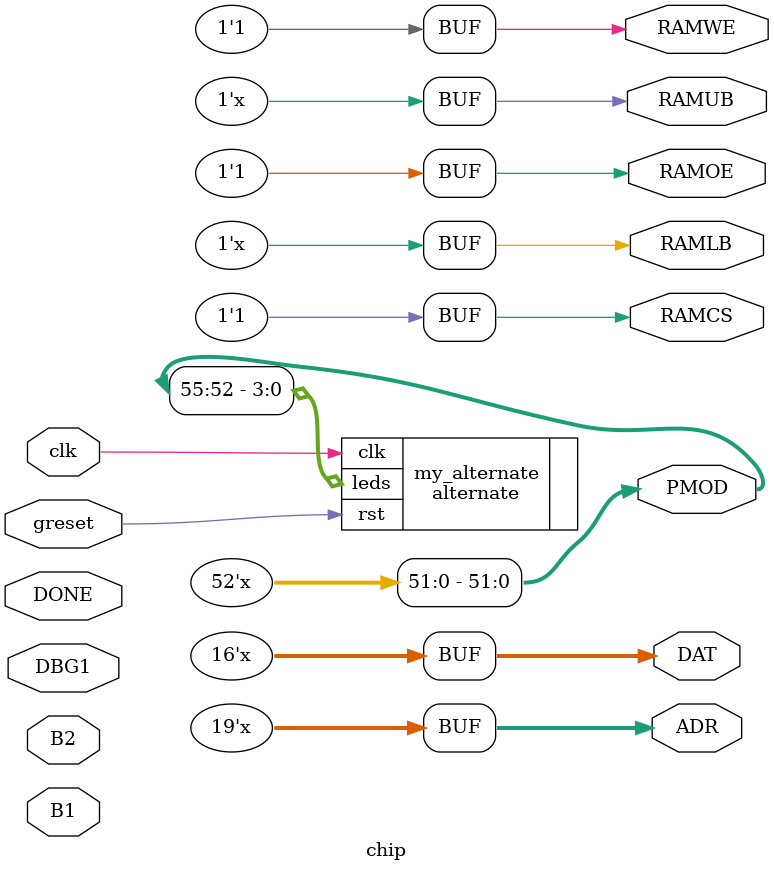
<source format=v>
/******************************************************************************
*                                                                             *
* Copyright 2016 myStorm Copyright and related                                *
* rights are licensed under the Solderpad Hardware License, Version 0.51      *
* (the “License”); you may not use this file except in compliance with        *
* the License. You may obtain a copy of the License at                        *
* http://solderpad.org/licenses/SHL-0.51. Unless required by applicable       *
* law or agreed to in writing, software, hardware and materials               *
* distributed under this License is distributed on an “AS IS” BASIS,          *
* WITHOUT WARRANTIES OR CONDITIONS OF ANY KIND, either express or             *
* implied. See the License for the specific language governing                *
* permissions and limitations under the License.                              *
*                                                                             *
******************************************************************************/

module chip (
    // 100MHz clock input
    input  clk,
    // Global internal reset connected to RTS on ch340 and also PMOD[1]
    input greset,
    // Input lines from STM32/Done can be used to signal to Ice40 logic
    input DONE, // could be used as interupt in post programming
    input DBG1, // Could be used to select coms via STM32 or RPi etc..
    // SRAM Memory lines
    output [18:0] ADR,
    output [15:0] DAT,
    output RAMOE,
    output RAMWE,
    output RAMCS,
    output RAMLB,
    output RAMUB,
    // All PMOD outputs
    output [55:0] PMOD,
    input B1,
    input B2
  );

  // SRAM signals are not use in this design, lets set them to default values
  assign ADR[18:0] = {19{1'bz}};
  assign DAT[15:0] = {16{1'bz}};
  assign RAMOE = 1'b1;
  assign RAMWE = 1'b1;
  assign RAMCS = 1'b1;
  assign RAMLB = 1'bz;
  assign RAMUB = 1'bz;


  // Set unused pmod pins to default
  assign PMOD[51:0] = {52{1'bz}};

  alternate my_alternate (
    .clk   (clk),
    .rst   (greset),
    .leds (PMOD[55:52])
  );

endmodule

</source>
